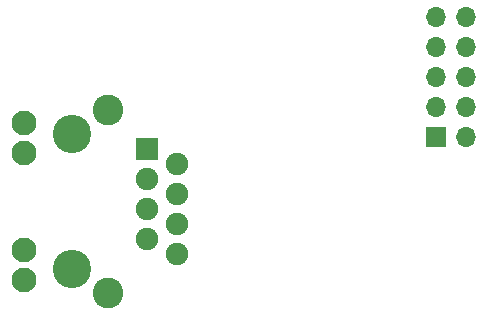
<source format=gbr>
%TF.GenerationSoftware,KiCad,Pcbnew,(6.0.0)*%
%TF.CreationDate,2022-04-14T08:35:50+02:00*%
%TF.ProjectId,W5500_Shield_Ethernet,57353530-305f-4536-9869-656c645f4574,rev?*%
%TF.SameCoordinates,Original*%
%TF.FileFunction,Soldermask,Bot*%
%TF.FilePolarity,Negative*%
%FSLAX46Y46*%
G04 Gerber Fmt 4.6, Leading zero omitted, Abs format (unit mm)*
G04 Created by KiCad (PCBNEW (6.0.0)) date 2022-04-14 08:35:50*
%MOMM*%
%LPD*%
G01*
G04 APERTURE LIST*
%ADD10C,3.250000*%
%ADD11R,1.900000X1.900000*%
%ADD12C,1.900000*%
%ADD13C,2.100000*%
%ADD14C,2.600000*%
%ADD15R,1.700000X1.700000*%
%ADD16O,1.700000X1.700000*%
G04 APERTURE END LIST*
D10*
%TO.C,J1*%
X91995000Y-74965000D03*
X91995000Y-63535000D03*
D11*
X98345000Y-64805000D03*
D12*
X100885000Y-66075000D03*
X98345000Y-67345000D03*
X100885000Y-68615000D03*
X98345000Y-69885000D03*
X100885000Y-71155000D03*
X98345000Y-72425000D03*
X100885000Y-73695000D03*
D13*
X87935000Y-62625000D03*
X87935000Y-65165000D03*
X87935000Y-73335000D03*
X87935000Y-75875000D03*
D14*
X95045000Y-76995000D03*
X95045000Y-61505000D03*
%TD*%
D15*
%TO.C,J2*%
X122800000Y-63800000D03*
D16*
X125340000Y-63800000D03*
X122800000Y-61260000D03*
X125340000Y-61260000D03*
X122800000Y-58720000D03*
X125340000Y-58720000D03*
X122800000Y-56180000D03*
X125340000Y-56180000D03*
X122800000Y-53640000D03*
X125340000Y-53640000D03*
%TD*%
M02*

</source>
